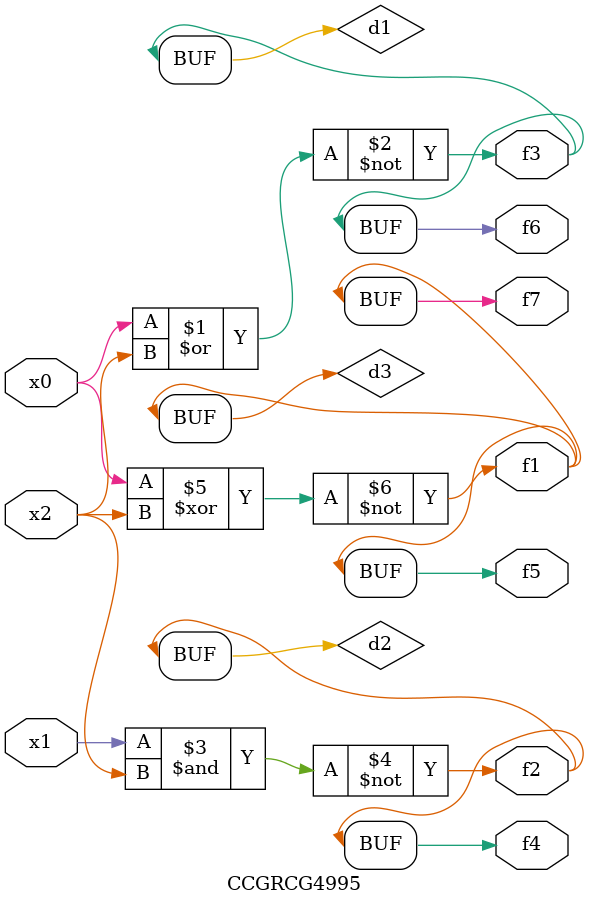
<source format=v>
module CCGRCG4995(
	input x0, x1, x2,
	output f1, f2, f3, f4, f5, f6, f7
);

	wire d1, d2, d3;

	nor (d1, x0, x2);
	nand (d2, x1, x2);
	xnor (d3, x0, x2);
	assign f1 = d3;
	assign f2 = d2;
	assign f3 = d1;
	assign f4 = d2;
	assign f5 = d3;
	assign f6 = d1;
	assign f7 = d3;
endmodule

</source>
